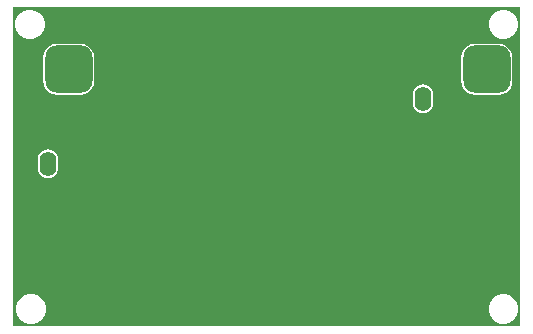
<source format=gbl>
G04*
G04 #@! TF.GenerationSoftware,Altium Limited,Altium Designer,22.2.1 (43)*
G04*
G04 Layer_Physical_Order=2*
G04 Layer_Color=16711680*
%FSLAX25Y25*%
%MOIN*%
G70*
G04*
G04 #@! TF.SameCoordinates,5D5B1899-6389-410F-A5DA-9F547DEB4AAD*
G04*
G04*
G04 #@! TF.FilePolarity,Positive*
G04*
G01*
G75*
G04:AMPARAMS|DCode=28|XSize=157.48mil|YSize=157.48mil|CornerRadius=39.37mil|HoleSize=0mil|Usage=FLASHONLY|Rotation=0.000|XOffset=0mil|YOffset=0mil|HoleType=Round|Shape=RoundedRectangle|*
%AMROUNDEDRECTD28*
21,1,0.15748,0.07874,0,0,0.0*
21,1,0.07874,0.15748,0,0,0.0*
1,1,0.07874,0.03937,-0.03937*
1,1,0.07874,-0.03937,-0.03937*
1,1,0.07874,-0.03937,0.03937*
1,1,0.07874,0.03937,0.03937*
%
%ADD28ROUNDEDRECTD28*%
%ADD29O,0.05512X0.08268*%
%ADD30C,0.02756*%
G36*
X561981Y251012D02*
X392744D01*
Y357256D01*
X561981D01*
Y251012D01*
D02*
G37*
%LPC*%
G36*
X556948Y356504D02*
X555650D01*
X554397Y356168D01*
X553273Y355519D01*
X552355Y354601D01*
X551706Y353477D01*
X551370Y352224D01*
Y350926D01*
X551706Y349672D01*
X552355Y348548D01*
X553273Y347631D01*
X554397Y346982D01*
X555650Y346646D01*
X556948D01*
X558202Y346982D01*
X559326Y347631D01*
X560244Y348548D01*
X560892Y349672D01*
X561228Y350926D01*
Y352224D01*
X560892Y353477D01*
X560244Y354601D01*
X559326Y355519D01*
X558202Y356168D01*
X556948Y356504D01*
D02*
G37*
G36*
X399074D02*
X397776D01*
X396523Y356168D01*
X395399Y355519D01*
X394481Y354601D01*
X393832Y353477D01*
X393496Y352224D01*
Y350926D01*
X393832Y349672D01*
X394481Y348548D01*
X395399Y347631D01*
X396523Y346982D01*
X397776Y346646D01*
X399074D01*
X400328Y346982D01*
X401452Y347631D01*
X402369Y348548D01*
X403018Y349672D01*
X403354Y350926D01*
Y352224D01*
X403018Y353477D01*
X402369Y354601D01*
X401452Y355519D01*
X400328Y356168D01*
X399074Y356504D01*
D02*
G37*
G36*
X554724Y345126D02*
X546850D01*
X545666Y344970D01*
X544563Y344513D01*
X543616Y343786D01*
X542889Y342839D01*
X542432Y341735D01*
X542276Y340551D01*
Y332677D01*
X542432Y331493D01*
X542889Y330390D01*
X543616Y329443D01*
X544563Y328715D01*
X545666Y328258D01*
X546850Y328103D01*
X554724D01*
X555908Y328258D01*
X557012Y328715D01*
X557959Y329443D01*
X558686Y330390D01*
X559143Y331493D01*
X559299Y332677D01*
Y340551D01*
X559143Y341735D01*
X558686Y342839D01*
X557959Y343786D01*
X557012Y344513D01*
X555908Y344970D01*
X554724Y345126D01*
D02*
G37*
G36*
X415354D02*
X407480D01*
X406296Y344970D01*
X405193Y344513D01*
X404246Y343786D01*
X403519Y342839D01*
X403062Y341735D01*
X402906Y340551D01*
Y332677D01*
X403062Y331493D01*
X403519Y330390D01*
X404246Y329443D01*
X405193Y328715D01*
X406296Y328258D01*
X407480Y328103D01*
X415354D01*
X416538Y328258D01*
X417642Y328715D01*
X418589Y329443D01*
X419316Y330390D01*
X419773Y331493D01*
X419929Y332677D01*
Y340551D01*
X419773Y341735D01*
X419316Y342839D01*
X418589Y343786D01*
X417642Y344513D01*
X416538Y344970D01*
X415354Y345126D01*
D02*
G37*
G36*
X529528Y331533D02*
X528652Y331418D01*
X527836Y331080D01*
X527135Y330542D01*
X526597Y329841D01*
X526260Y329025D01*
X526144Y328150D01*
Y325394D01*
X526260Y324518D01*
X526597Y323702D01*
X527135Y323001D01*
X527836Y322464D01*
X528652Y322126D01*
X529528Y322010D01*
X530403Y322126D01*
X531219Y322464D01*
X531920Y323001D01*
X532457Y323702D01*
X532795Y324518D01*
X532911Y325394D01*
Y328150D01*
X532795Y329025D01*
X532457Y329841D01*
X531920Y330542D01*
X531219Y331080D01*
X530403Y331418D01*
X529528Y331533D01*
D02*
G37*
G36*
X404528Y309879D02*
X403652Y309764D01*
X402836Y309426D01*
X402135Y308888D01*
X401598Y308188D01*
X401260Y307372D01*
X401144Y306496D01*
Y303740D01*
X401260Y302865D01*
X401598Y302048D01*
X402135Y301348D01*
X402836Y300810D01*
X403652Y300472D01*
X404528Y300357D01*
X405403Y300472D01*
X406219Y300810D01*
X406920Y301348D01*
X407458Y302048D01*
X407796Y302865D01*
X407911Y303740D01*
Y306496D01*
X407796Y307372D01*
X407458Y308188D01*
X406920Y308888D01*
X406219Y309426D01*
X405403Y309764D01*
X404528Y309879D01*
D02*
G37*
G36*
X556948Y261622D02*
X555650D01*
X554397Y261286D01*
X553273Y260637D01*
X552355Y259719D01*
X551706Y258595D01*
X551370Y257342D01*
Y256044D01*
X551706Y254790D01*
X552355Y253666D01*
X553273Y252749D01*
X554397Y252100D01*
X555650Y251764D01*
X556948D01*
X558202Y252100D01*
X559326Y252749D01*
X560244Y253666D01*
X560892Y254790D01*
X561228Y256044D01*
Y257342D01*
X560892Y258595D01*
X560244Y259719D01*
X559326Y260637D01*
X558202Y261286D01*
X556948Y261622D01*
D02*
G37*
G36*
X399468D02*
X398170D01*
X396916Y261286D01*
X395792Y260637D01*
X394875Y259719D01*
X394226Y258595D01*
X393890Y257342D01*
Y256044D01*
X394226Y254790D01*
X394875Y253666D01*
X395792Y252749D01*
X396916Y252100D01*
X398170Y251764D01*
X399468D01*
X400722Y252100D01*
X401846Y252749D01*
X402763Y253666D01*
X403412Y254790D01*
X403748Y256044D01*
Y257342D01*
X403412Y258595D01*
X402763Y259719D01*
X401846Y260637D01*
X400722Y261286D01*
X399468Y261622D01*
D02*
G37*
%LPD*%
D28*
X550787Y336614D02*
D03*
X411417Y270472D02*
D03*
X550787D02*
D03*
X411417Y336614D02*
D03*
D29*
X529528Y326772D02*
D03*
X509842D02*
D03*
X418307Y305118D02*
D03*
X404528D02*
D03*
D30*
X555118Y307086D02*
D03*
X549212Y318898D02*
D03*
X543307Y307086D02*
D03*
X549212Y295275D02*
D03*
X537401Y342520D02*
D03*
X525590D02*
D03*
X513779D02*
D03*
X507874Y259842D02*
D03*
X501968Y342520D02*
D03*
X496063Y330709D02*
D03*
Y307086D02*
D03*
X501968Y295275D02*
D03*
X496063Y259842D02*
D03*
X484252Y330709D02*
D03*
X490157Y295275D02*
D03*
X484252Y259842D02*
D03*
X478346Y342520D02*
D03*
X472441Y259842D02*
D03*
X466535Y342520D02*
D03*
X454724D02*
D03*
Y295275D02*
D03*
X442913Y342520D02*
D03*
Y295275D02*
D03*
X431102Y342520D02*
D03*
Y318898D02*
D03*
X425197Y307086D02*
D03*
X431102Y295275D02*
D03*
Y271654D02*
D03*
X425197Y259842D02*
D03*
X419291Y318898D02*
D03*
X413386Y307086D02*
D03*
X419291Y295275D02*
D03*
M02*

</source>
